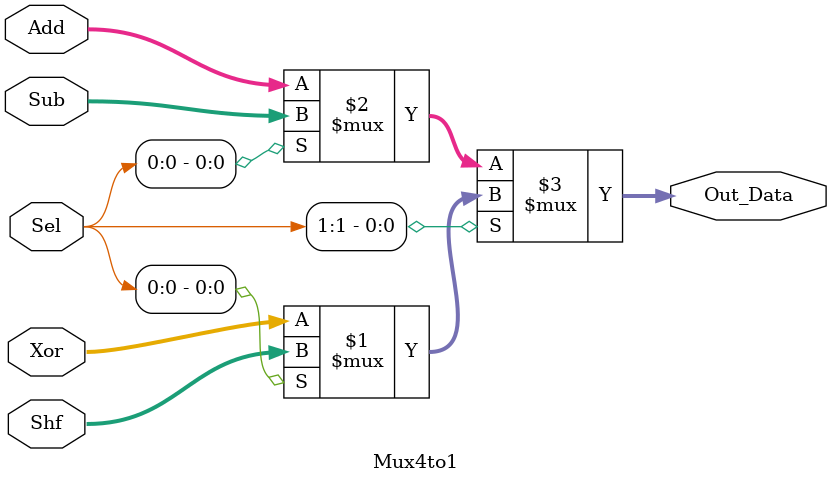
<source format=v>
`timescale 1ns / 1ps
module ALU_8bit(A,B,MODE,RES);
input [7:0]A;
input [7:0]B;
input [3:0]MODE;
output [7:0]RES;

wire [7:0]AplusB;
wire [7:0]AsubB;
wire [7:0]AxorB;
wire [7:0]Ashf;
wire [1:0]Sel;

Add_8bit Add8(A,B,AplusB);
Sub_8bit Sub8(A,B,AsubB);
Xor_8bit Xor8(A,B,AxorB);
Shf_8bit Shf8(A,Ashf);
Decoder4to2 De4to2(MODE,Sel);
Mux4to1 Mux41(Sel,AplusB,AsubB,AxorB,Ashf,RES);
endmodule

module Add_8bit(A,B,RES);
input [7:0]A;
input [7:0]B;
output [7:0]RES;
	assign RES = A+B;
endmodule

module Sub_8bit(A,B,RES);
input [7:0]A;
input [7:0]B;
output [7:0]RES;
	assign RES = A-B;
endmodule

module Xor_8bit(A,B,RES);
input [7:0]A;
input [7:0]B;
output [7:0]RES;
	assign RES = A^B;
endmodule

module Shf_8bit(A,RES);
input [7:0]A;
output [7:0]RES;
	assign RES = A<<1;
endmodule

module Decoder4to2(A,B);
input [3:0]A;
output [1:0]B;
	reg [1:0]B;
	always @(A)
	begin
	 case(A)
	 4'b1000: B <=2'b00;
	 4'b0100: B <=2'b01;
	 4'b0010: B <=2'b10;
	 4'b0001: B <=2'b11;
	 default : B <=2'b00;
	 endcase
	end
endmodule

module Mux4to1(Sel,Add,Sub,Xor,Shf,Out_Data);
input [1:0]Sel;
input [7:0]Add;
input [7:0]Sub;
input [7:0]Xor;
input [7:0]Shf;
output [7:0]Out_Data;
	assign Out_Data = Sel[1] ? (Sel[0] ? Shf:Xor) : (Sel[0] ? Sub:Add);
endmodule


</source>
